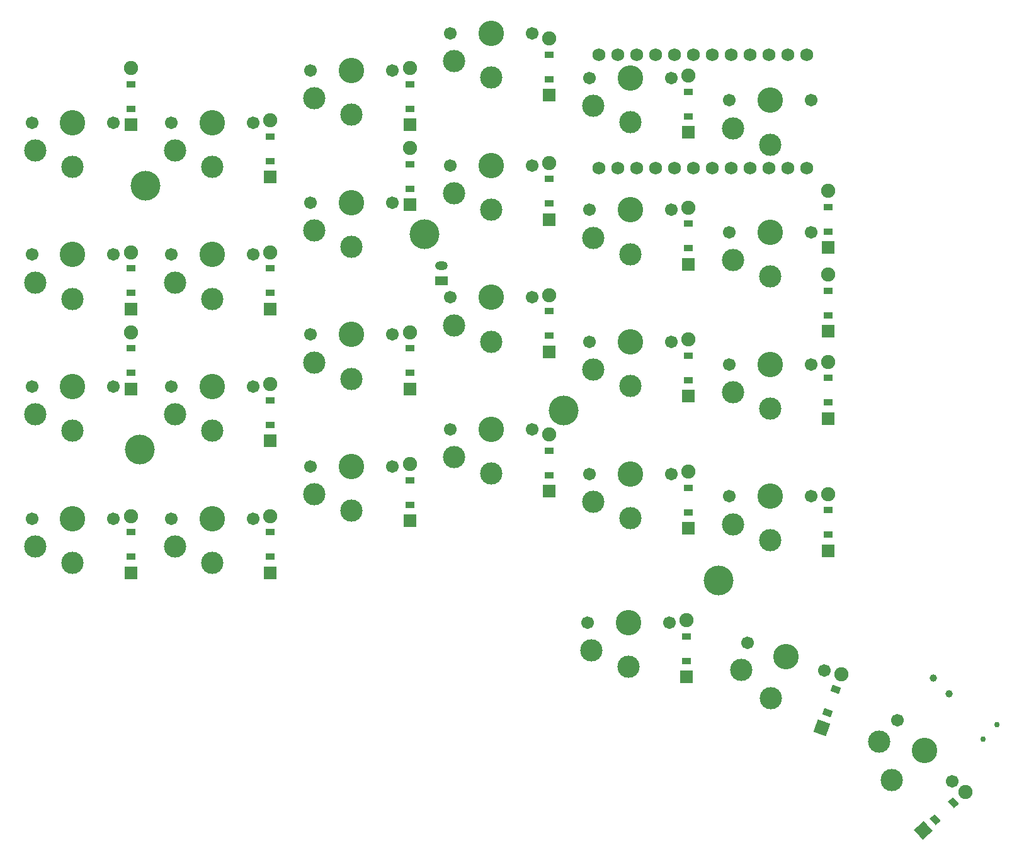
<source format=gbr>
%TF.GenerationSoftware,KiCad,Pcbnew,8.0.7*%
%TF.CreationDate,2024-12-27T12:49:26-06:00*%
%TF.ProjectId,left,6c656674-2e6b-4696-9361-645f70636258,v1.0.0*%
%TF.SameCoordinates,Original*%
%TF.FileFunction,Soldermask,Top*%
%TF.FilePolarity,Negative*%
%FSLAX46Y46*%
G04 Gerber Fmt 4.6, Leading zero omitted, Abs format (unit mm)*
G04 Created by KiCad (PCBNEW 8.0.7) date 2024-12-27 12:49:26*
%MOMM*%
%LPD*%
G01*
G04 APERTURE LIST*
G04 Aperture macros list*
%AMRotRect*
0 Rectangle, with rotation*
0 The origin of the aperture is its center*
0 $1 length*
0 $2 width*
0 $3 Rotation angle, in degrees counterclockwise*
0 Add horizontal line*
21,1,$1,$2,0,0,$3*%
G04 Aperture macros list end*
%ADD10C,1.000000*%
%ADD11R,1.778000X1.778000*%
%ADD12R,1.200000X0.900000*%
%ADD13C,1.905000*%
%ADD14C,1.701800*%
%ADD15C,3.000000*%
%ADD16C,3.429000*%
%ADD17C,1.752600*%
%ADD18C,4.000000*%
%ADD19RotRect,1.778000X1.778000X42.000000*%
%ADD20RotRect,0.900000X1.200000X42.000000*%
%ADD21C,0.750000*%
%ADD22R,1.700000X1.200000*%
%ADD23O,1.700000X1.200000*%
%ADD24RotRect,1.778000X1.778000X70.000000*%
%ADD25RotRect,0.900000X1.200000X70.000000*%
G04 APERTURE END LIST*
D10*
%TO.C,T1*%
X215677512Y-171443932D03*
X217835532Y-173527908D03*
%TD*%
D11*
%TO.C,D13*%
X182800000Y-133560000D03*
D12*
X182800000Y-131400000D03*
X182800000Y-128100000D03*
D13*
X182800000Y-125940000D03*
%TD*%
D14*
%TO.C,S19*%
X180500000Y-108500000D03*
D15*
X175000000Y-114450000D03*
D16*
X175000000Y-108500000D03*
D15*
X170000000Y-112250000D03*
D14*
X169500000Y-108500000D03*
%TD*%
D11*
%TO.C,D14*%
X182800000Y-115810000D03*
D12*
X182800000Y-113650000D03*
X182800000Y-110350000D03*
D13*
X182800000Y-108190000D03*
%TD*%
D14*
%TO.C,S13*%
X161750000Y-138000000D03*
D15*
X156250000Y-143950000D03*
D16*
X156250000Y-138000000D03*
D15*
X151250000Y-141750000D03*
D14*
X150750000Y-138000000D03*
%TD*%
D11*
%TO.C,D25*%
X145300000Y-107810000D03*
D12*
X145300000Y-105650000D03*
X145300000Y-102350000D03*
D13*
X145300000Y-100190000D03*
%TD*%
D14*
%TO.C,S18*%
X180500000Y-126250000D03*
D15*
X175000000Y-132200000D03*
D16*
X175000000Y-126250000D03*
D15*
X170000000Y-130000000D03*
D14*
X169500000Y-126250000D03*
%TD*%
D17*
%TO.C,MCU1*%
X198720000Y-87630000D03*
X196180000Y-87630000D03*
X193640000Y-87630000D03*
X191100000Y-87630000D03*
X188560000Y-87630000D03*
X186020000Y-87630000D03*
X183480000Y-87630000D03*
X180940000Y-87630000D03*
X178400000Y-87630000D03*
X175860000Y-87630000D03*
X173320000Y-87630000D03*
X170780000Y-87630000D03*
X170780000Y-102870000D03*
X173320000Y-102870000D03*
X175860000Y-102870000D03*
X178400000Y-102870000D03*
X180940000Y-102870000D03*
X183480000Y-102870000D03*
X186020000Y-102870000D03*
X188560000Y-102870000D03*
X191100000Y-102870000D03*
X193640000Y-102870000D03*
X196180000Y-102870000D03*
X198720000Y-102870000D03*
%TD*%
D14*
%TO.C,S1*%
X105500000Y-150000000D03*
D15*
X100000000Y-155950000D03*
D16*
X100000000Y-150000000D03*
D15*
X95000000Y-153750000D03*
D14*
X94500000Y-150000000D03*
%TD*%
%TO.C,S9*%
X143000000Y-143000000D03*
D15*
X137500000Y-148950000D03*
D16*
X137500000Y-143000000D03*
D15*
X132500000Y-146750000D03*
D14*
X132000000Y-143000000D03*
%TD*%
D11*
%TO.C,D27*%
X164050000Y-93060000D03*
D12*
X164050000Y-90900000D03*
X164050000Y-87600000D03*
D13*
X164050000Y-85440000D03*
%TD*%
D14*
%TO.C,S10*%
X143000000Y-125250000D03*
D15*
X137500000Y-131200000D03*
D16*
X137500000Y-125250000D03*
D15*
X132500000Y-129000000D03*
D14*
X132000000Y-125250000D03*
%TD*%
D18*
%TO.C,*%
X109750000Y-105250000D03*
%TD*%
D14*
%TO.C,S14*%
X161750000Y-120250000D03*
D15*
X156250000Y-126200000D03*
D16*
X156250000Y-120250000D03*
D15*
X151250000Y-124000000D03*
D14*
X150750000Y-120250000D03*
%TD*%
D11*
%TO.C,D1*%
X107800000Y-157310000D03*
D12*
X107800000Y-155150000D03*
X107800000Y-151850000D03*
D13*
X107800000Y-149690000D03*
%TD*%
D14*
%TO.C,S12*%
X143000000Y-89750000D03*
D15*
X137500000Y-95700000D03*
D16*
X137500000Y-89750000D03*
D15*
X132500000Y-93500000D03*
D14*
X132000000Y-89750000D03*
%TD*%
D18*
%TO.C,*%
X109000000Y-140750000D03*
%TD*%
D14*
%TO.C,S20*%
X180500000Y-90750000D03*
D15*
X175000000Y-96700000D03*
D16*
X175000000Y-90750000D03*
D15*
X170000000Y-94500000D03*
D14*
X169500000Y-90750000D03*
%TD*%
%TO.C,S8*%
X124250000Y-96750000D03*
D15*
X118750000Y-102700000D03*
D16*
X118750000Y-96750000D03*
D15*
X113750000Y-100500000D03*
D14*
X113250000Y-96750000D03*
%TD*%
%TO.C,S24*%
X199250000Y-93750000D03*
D15*
X193750000Y-99700000D03*
D16*
X193750000Y-93750000D03*
D15*
X188750000Y-97500000D03*
D14*
X188250000Y-93750000D03*
%TD*%
D11*
%TO.C,D12*%
X182800000Y-151310000D03*
D12*
X182800000Y-149150000D03*
X182800000Y-145850000D03*
D13*
X182800000Y-143690000D03*
%TD*%
D14*
%TO.C,S23*%
X199250000Y-111500000D03*
D15*
X193750000Y-117450000D03*
D16*
X193750000Y-111500000D03*
D15*
X188750000Y-115250000D03*
D14*
X188250000Y-111500000D03*
%TD*%
D11*
%TO.C,D11*%
X164050000Y-109810000D03*
D12*
X164050000Y-107650000D03*
X164050000Y-104350000D03*
D13*
X164050000Y-102190000D03*
%TD*%
D11*
%TO.C,D15*%
X182800000Y-98060000D03*
D12*
X182800000Y-95900000D03*
X182800000Y-92600000D03*
D13*
X182800000Y-90440000D03*
%TD*%
D19*
%TO.C,D20*%
X214315419Y-191907998D03*
D20*
X215920612Y-190462676D03*
X218372990Y-188254544D03*
D13*
X219978183Y-186809222D03*
%TD*%
D11*
%TO.C,D22*%
X201550000Y-124810000D03*
D12*
X201550000Y-122650000D03*
X201550000Y-119350000D03*
D13*
X201550000Y-117190000D03*
%TD*%
D14*
%TO.C,S21*%
X199250000Y-147000000D03*
D15*
X193750000Y-152950000D03*
D16*
X193750000Y-147000000D03*
D15*
X188750000Y-150750000D03*
D14*
X188250000Y-147000000D03*
%TD*%
D11*
%TO.C,D18*%
X182550000Y-171310000D03*
D12*
X182550000Y-169150000D03*
X182550000Y-165850000D03*
D13*
X182550000Y-163690000D03*
%TD*%
D14*
%TO.C,S5*%
X124250000Y-150000000D03*
D15*
X118750000Y-155950000D03*
D16*
X118750000Y-150000000D03*
D15*
X113750000Y-153750000D03*
D14*
X113250000Y-150000000D03*
%TD*%
%TO.C,S15*%
X161750000Y-102500000D03*
D15*
X156250000Y-108450000D03*
D16*
X156250000Y-102500000D03*
D15*
X151250000Y-106250000D03*
D14*
X150750000Y-102500000D03*
%TD*%
%TO.C,S22*%
X199250000Y-129250000D03*
D15*
X193750000Y-135200000D03*
D16*
X193750000Y-129250000D03*
D15*
X188750000Y-133000000D03*
D14*
X188250000Y-129250000D03*
%TD*%
%TO.C,S7*%
X124250000Y-114500000D03*
D15*
X118750000Y-120450000D03*
D16*
X118750000Y-114500000D03*
D15*
X113750000Y-118250000D03*
D14*
X113250000Y-114500000D03*
%TD*%
%TO.C,S6*%
X124250000Y-132250000D03*
D15*
X118750000Y-138200000D03*
D16*
X118750000Y-132250000D03*
D15*
X113750000Y-136000000D03*
D14*
X113250000Y-132250000D03*
%TD*%
D11*
%TO.C,D24*%
X107800000Y-97060000D03*
D12*
X107800000Y-94900000D03*
X107800000Y-91600000D03*
D13*
X107800000Y-89440000D03*
%TD*%
D11*
%TO.C,D9*%
X145300000Y-97060000D03*
D12*
X145300000Y-94900000D03*
X145300000Y-91600000D03*
D13*
X145300000Y-89440000D03*
%TD*%
D21*
%TO.C,B1*%
X224254054Y-177716740D03*
X222343744Y-179694924D03*
%TD*%
D11*
%TO.C,D4*%
X126550000Y-139560000D03*
D12*
X126550000Y-137400000D03*
X126550000Y-134100000D03*
D13*
X126550000Y-131940000D03*
%TD*%
D14*
%TO.C,S2*%
X105500000Y-132250000D03*
D15*
X100000000Y-138200000D03*
D16*
X100000000Y-132250000D03*
D15*
X95000000Y-136000000D03*
D14*
X94500000Y-132250000D03*
%TD*%
D18*
%TO.C,*%
X166000000Y-135500000D03*
%TD*%
D11*
%TO.C,D3*%
X126550000Y-157310000D03*
D12*
X126550000Y-155150000D03*
X126550000Y-151850000D03*
D13*
X126550000Y-149690000D03*
%TD*%
D14*
%TO.C,S25*%
X180250000Y-164000000D03*
D15*
X174750000Y-169950000D03*
D16*
X174750000Y-164000000D03*
D15*
X169750000Y-167750000D03*
D14*
X169250000Y-164000000D03*
%TD*%
D11*
%TO.C,D16*%
X201550000Y-154310000D03*
D12*
X201550000Y-152150000D03*
X201550000Y-148850000D03*
D13*
X201550000Y-146690000D03*
%TD*%
D11*
%TO.C,D17*%
X201550000Y-136560000D03*
D12*
X201550000Y-134400000D03*
X201550000Y-131100000D03*
D13*
X201550000Y-128940000D03*
%TD*%
D14*
%TO.C,S26*%
X201037879Y-170442614D03*
D15*
X193834550Y-174152674D03*
D16*
X195869570Y-168561503D03*
D15*
X189888531Y-170375250D03*
D14*
X190701261Y-166680392D03*
%TD*%
%TO.C,S3*%
X105500000Y-114500000D03*
D15*
X100000000Y-120450000D03*
D16*
X100000000Y-114500000D03*
D15*
X95000000Y-118250000D03*
D14*
X94500000Y-114500000D03*
%TD*%
D11*
%TO.C,D26*%
X164050000Y-146310000D03*
D12*
X164050000Y-144150000D03*
X164050000Y-140850000D03*
D13*
X164050000Y-138690000D03*
%TD*%
D22*
%TO.C,JST1*%
X149550000Y-118000000D03*
D23*
X149550000Y-116000000D03*
%TD*%
D11*
%TO.C,D23*%
X107800000Y-132560000D03*
D12*
X107800000Y-130400000D03*
X107800000Y-127100000D03*
D13*
X107800000Y-124940000D03*
%TD*%
D14*
%TO.C,S17*%
X180500000Y-144000000D03*
D15*
X175000000Y-149950000D03*
D16*
X175000000Y-144000000D03*
D15*
X170000000Y-147750000D03*
D14*
X169500000Y-144000000D03*
%TD*%
D11*
%TO.C,D21*%
X201550000Y-113560000D03*
D12*
X201550000Y-111400000D03*
X201550000Y-108100000D03*
D13*
X201550000Y-105940000D03*
%TD*%
D11*
%TO.C,D8*%
X145300000Y-132560000D03*
D12*
X145300000Y-130400000D03*
X145300000Y-127100000D03*
D13*
X145300000Y-124940000D03*
%TD*%
D11*
%TO.C,D7*%
X145300000Y-150310000D03*
D12*
X145300000Y-148150000D03*
X145300000Y-144850000D03*
D13*
X145300000Y-142690000D03*
%TD*%
D14*
%TO.C,S27*%
X218208807Y-185307420D03*
D15*
X210106877Y-185201450D03*
D16*
X214528589Y-181220123D03*
D15*
X208396143Y-180013639D03*
D14*
X210848371Y-177132826D03*
%TD*%
D11*
%TO.C,D10*%
X164050000Y-127560000D03*
D12*
X164050000Y-125400000D03*
X164050000Y-122100000D03*
D13*
X164050000Y-119940000D03*
%TD*%
D18*
%TO.C,*%
X186816389Y-158349259D03*
%TD*%
D14*
%TO.C,S11*%
X143000000Y-107500000D03*
D15*
X137500000Y-113450000D03*
D16*
X137500000Y-107500000D03*
D15*
X132500000Y-111250000D03*
D14*
X132000000Y-107500000D03*
%TD*%
D11*
%TO.C,D5*%
X126550000Y-121810000D03*
D12*
X126550000Y-119650000D03*
X126550000Y-116350000D03*
D13*
X126550000Y-114190000D03*
%TD*%
D14*
%TO.C,S4*%
X105500000Y-96750000D03*
D15*
X100000000Y-102700000D03*
D16*
X100000000Y-96750000D03*
D15*
X95000000Y-100500000D03*
D14*
X94500000Y-96750000D03*
%TD*%
D24*
%TO.C,D19*%
X200699005Y-178098413D03*
D25*
X201437769Y-176068677D03*
X202566435Y-172967691D03*
D13*
X203305199Y-170937955D03*
%TD*%
D11*
%TO.C,D6*%
X126550000Y-104060000D03*
D12*
X126550000Y-101900000D03*
X126550000Y-98600000D03*
D13*
X126550000Y-96440000D03*
%TD*%
D14*
%TO.C,S16*%
X161750000Y-84750000D03*
D15*
X156250000Y-90700000D03*
D16*
X156250000Y-84750000D03*
D15*
X151250000Y-88500000D03*
D14*
X150750000Y-84750000D03*
%TD*%
D18*
%TO.C,*%
X147250000Y-111750000D03*
%TD*%
D11*
%TO.C,D2*%
X107800000Y-121810000D03*
D12*
X107800000Y-119650000D03*
X107800000Y-116350000D03*
D13*
X107800000Y-114190000D03*
%TD*%
M02*

</source>
